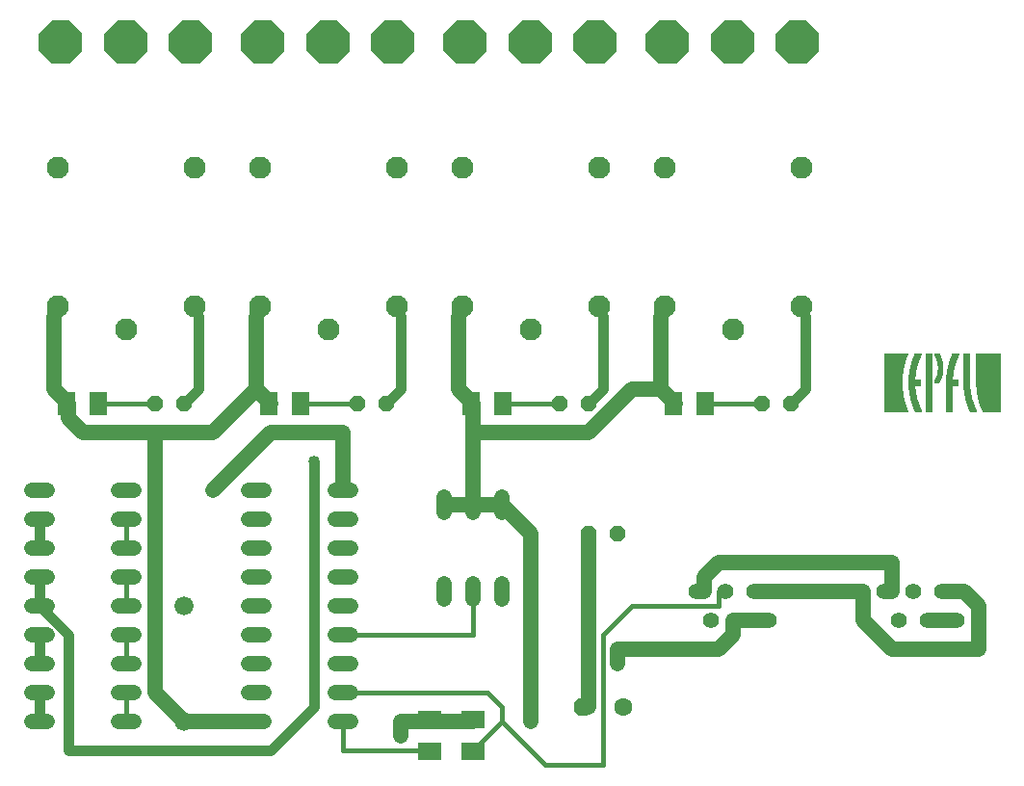
<source format=gtl>
G75*
G70*
%OFA0B0*%
%FSLAX24Y24*%
%IPPOS*%
%LPD*%
%AMOC8*
5,1,8,0,0,1.08239X$1,22.5*
%
%ADD10C,0.0010*%
%ADD11R,0.0630X0.0787*%
%ADD12OC8,0.0520*%
%ADD13C,0.0554*%
%ADD14C,0.0520*%
%ADD15C,0.0660*%
%ADD16OC8,0.0630*%
%ADD17C,0.0630*%
%ADD18R,0.0787X0.0630*%
%ADD19C,0.0768*%
%ADD20OC8,0.1500*%
%ADD21C,0.0540*%
%ADD22C,0.0400*%
%ADD23C,0.0180*%
%ADD24C,0.0360*%
D10*
X034832Y012944D02*
X034832Y014944D01*
X035632Y014944D01*
X035546Y014707D01*
X035483Y014464D01*
X035445Y014215D01*
X035432Y013964D01*
X035432Y013924D01*
X035445Y013673D01*
X035483Y013424D01*
X035546Y013180D01*
X035632Y012944D01*
X034832Y012944D01*
X034832Y012946D02*
X035631Y012946D01*
X035628Y012954D02*
X034832Y012954D01*
X034832Y012963D02*
X035625Y012963D01*
X035622Y012971D02*
X034832Y012971D01*
X034832Y012980D02*
X035619Y012980D01*
X035616Y012988D02*
X034832Y012988D01*
X034832Y012997D02*
X035612Y012997D01*
X035609Y013005D02*
X034832Y013005D01*
X034832Y013014D02*
X035606Y013014D01*
X035603Y013022D02*
X034832Y013022D01*
X034832Y013031D02*
X035600Y013031D01*
X035597Y013039D02*
X034832Y013039D01*
X034832Y013048D02*
X035594Y013048D01*
X035591Y013056D02*
X034832Y013056D01*
X034832Y013065D02*
X035588Y013065D01*
X035585Y013073D02*
X034832Y013073D01*
X034832Y013082D02*
X035582Y013082D01*
X035578Y013090D02*
X034832Y013090D01*
X034832Y013099D02*
X035575Y013099D01*
X035572Y013107D02*
X034832Y013107D01*
X034832Y013116D02*
X035569Y013116D01*
X035566Y013124D02*
X034832Y013124D01*
X034832Y013133D02*
X035563Y013133D01*
X035560Y013141D02*
X034832Y013141D01*
X034832Y013150D02*
X035557Y013150D01*
X035554Y013158D02*
X034832Y013158D01*
X034832Y013167D02*
X035551Y013167D01*
X035548Y013175D02*
X034832Y013175D01*
X034832Y013184D02*
X035545Y013184D01*
X035543Y013192D02*
X034832Y013192D01*
X034832Y013201D02*
X035540Y013201D01*
X035538Y013209D02*
X034832Y013209D01*
X034832Y013218D02*
X035536Y013218D01*
X035534Y013226D02*
X034832Y013226D01*
X034832Y013235D02*
X035532Y013235D01*
X035530Y013243D02*
X034832Y013243D01*
X034832Y013252D02*
X035527Y013252D01*
X035525Y013260D02*
X034832Y013260D01*
X034832Y013269D02*
X035523Y013269D01*
X035521Y013277D02*
X034832Y013277D01*
X034832Y013286D02*
X035519Y013286D01*
X035517Y013294D02*
X034832Y013294D01*
X034832Y013303D02*
X035514Y013303D01*
X035512Y013311D02*
X034832Y013311D01*
X034832Y013320D02*
X035510Y013320D01*
X035508Y013328D02*
X034832Y013328D01*
X034832Y013337D02*
X035506Y013337D01*
X035503Y013345D02*
X034832Y013345D01*
X034832Y013354D02*
X035501Y013354D01*
X035499Y013362D02*
X034832Y013362D01*
X034832Y013371D02*
X035497Y013371D01*
X035495Y013379D02*
X034832Y013379D01*
X034832Y013388D02*
X035493Y013388D01*
X035490Y013396D02*
X034832Y013396D01*
X034832Y013405D02*
X035488Y013405D01*
X035486Y013413D02*
X034832Y013413D01*
X034832Y013422D02*
X035484Y013422D01*
X035482Y013430D02*
X034832Y013430D01*
X034832Y013439D02*
X035481Y013439D01*
X035480Y013447D02*
X034832Y013447D01*
X034832Y013456D02*
X035478Y013456D01*
X035477Y013464D02*
X034832Y013464D01*
X034832Y013473D02*
X035476Y013473D01*
X035475Y013481D02*
X034832Y013481D01*
X034832Y013490D02*
X035473Y013490D01*
X035472Y013498D02*
X034832Y013498D01*
X034832Y013507D02*
X035471Y013507D01*
X035469Y013515D02*
X034832Y013515D01*
X034832Y013524D02*
X035468Y013524D01*
X035467Y013532D02*
X034832Y013532D01*
X034832Y013541D02*
X035465Y013541D01*
X035464Y013549D02*
X034832Y013549D01*
X034832Y013558D02*
X035463Y013558D01*
X035462Y013566D02*
X034832Y013566D01*
X034832Y013575D02*
X035460Y013575D01*
X035459Y013583D02*
X034832Y013583D01*
X034832Y013592D02*
X035458Y013592D01*
X035456Y013600D02*
X034832Y013600D01*
X034832Y013609D02*
X035455Y013609D01*
X035454Y013617D02*
X034832Y013617D01*
X034832Y013626D02*
X035452Y013626D01*
X035451Y013634D02*
X034832Y013634D01*
X034832Y013643D02*
X035450Y013643D01*
X035448Y013651D02*
X034832Y013651D01*
X034832Y013660D02*
X035447Y013660D01*
X035446Y013668D02*
X034832Y013668D01*
X034832Y013677D02*
X035445Y013677D01*
X035445Y013685D02*
X034832Y013685D01*
X034832Y013694D02*
X035444Y013694D01*
X035444Y013702D02*
X034832Y013702D01*
X034832Y013711D02*
X035443Y013711D01*
X035443Y013719D02*
X034832Y013719D01*
X034832Y013728D02*
X035442Y013728D01*
X035442Y013736D02*
X034832Y013736D01*
X034832Y013745D02*
X035441Y013745D01*
X035441Y013753D02*
X034832Y013753D01*
X034832Y013762D02*
X035440Y013762D01*
X035440Y013770D02*
X034832Y013770D01*
X034832Y013779D02*
X035439Y013779D01*
X035439Y013787D02*
X034832Y013787D01*
X034832Y013796D02*
X035439Y013796D01*
X035438Y013804D02*
X034832Y013804D01*
X034832Y013813D02*
X035438Y013813D01*
X035437Y013821D02*
X034832Y013821D01*
X034832Y013830D02*
X035437Y013830D01*
X035436Y013838D02*
X034832Y013838D01*
X034832Y013847D02*
X035436Y013847D01*
X035435Y013855D02*
X034832Y013855D01*
X034832Y013864D02*
X035435Y013864D01*
X035434Y013872D02*
X034832Y013872D01*
X034832Y013881D02*
X035434Y013881D01*
X035434Y013889D02*
X034832Y013889D01*
X034832Y013898D02*
X035433Y013898D01*
X035433Y013906D02*
X034832Y013906D01*
X034832Y013915D02*
X035432Y013915D01*
X035432Y013923D02*
X034832Y013923D01*
X034832Y013932D02*
X035432Y013932D01*
X035432Y013940D02*
X034832Y013940D01*
X034832Y013949D02*
X035432Y013949D01*
X035432Y013957D02*
X034832Y013957D01*
X034832Y013966D02*
X035432Y013966D01*
X035432Y013974D02*
X034832Y013974D01*
X034832Y013983D02*
X035433Y013983D01*
X035433Y013991D02*
X034832Y013991D01*
X034832Y014000D02*
X035434Y014000D01*
X035434Y014008D02*
X034832Y014008D01*
X034832Y014017D02*
X035434Y014017D01*
X035435Y014025D02*
X034832Y014025D01*
X034832Y014034D02*
X035435Y014034D01*
X035436Y014042D02*
X034832Y014042D01*
X034832Y014051D02*
X035436Y014051D01*
X035437Y014059D02*
X034832Y014059D01*
X034832Y014068D02*
X035437Y014068D01*
X035438Y014076D02*
X034832Y014076D01*
X034832Y014085D02*
X035438Y014085D01*
X035439Y014093D02*
X034832Y014093D01*
X034832Y014102D02*
X035439Y014102D01*
X035440Y014110D02*
X034832Y014110D01*
X034832Y014119D02*
X035440Y014119D01*
X035440Y014127D02*
X034832Y014127D01*
X034832Y014136D02*
X035441Y014136D01*
X035441Y014144D02*
X034832Y014144D01*
X034832Y014153D02*
X035442Y014153D01*
X035442Y014161D02*
X034832Y014161D01*
X034832Y014170D02*
X035443Y014170D01*
X035443Y014178D02*
X034832Y014178D01*
X034832Y014187D02*
X035444Y014187D01*
X035444Y014195D02*
X034832Y014195D01*
X034832Y014204D02*
X035445Y014204D01*
X035445Y014212D02*
X034832Y014212D01*
X034832Y014221D02*
X035446Y014221D01*
X035447Y014229D02*
X034832Y014229D01*
X034832Y014238D02*
X035449Y014238D01*
X035450Y014246D02*
X034832Y014246D01*
X034832Y014255D02*
X035451Y014255D01*
X035453Y014263D02*
X034832Y014263D01*
X034832Y014272D02*
X035454Y014272D01*
X035455Y014280D02*
X034832Y014280D01*
X034832Y014289D02*
X035456Y014289D01*
X035458Y014297D02*
X034832Y014297D01*
X034832Y014306D02*
X035459Y014306D01*
X035460Y014314D02*
X034832Y014314D01*
X034832Y014323D02*
X035462Y014323D01*
X035463Y014331D02*
X034832Y014331D01*
X034832Y014340D02*
X035464Y014340D01*
X035466Y014348D02*
X034832Y014348D01*
X034832Y014357D02*
X035467Y014357D01*
X035468Y014365D02*
X034832Y014365D01*
X034832Y014374D02*
X035470Y014374D01*
X035471Y014382D02*
X034832Y014382D01*
X034832Y014391D02*
X035472Y014391D01*
X035473Y014399D02*
X034832Y014399D01*
X034832Y014408D02*
X035475Y014408D01*
X035476Y014416D02*
X034832Y014416D01*
X034832Y014425D02*
X035477Y014425D01*
X035479Y014433D02*
X034832Y014433D01*
X034832Y014442D02*
X035480Y014442D01*
X035481Y014450D02*
X034832Y014450D01*
X034832Y014459D02*
X035483Y014459D01*
X035484Y014467D02*
X034832Y014467D01*
X034832Y014476D02*
X035486Y014476D01*
X035489Y014484D02*
X034832Y014484D01*
X034832Y014493D02*
X035491Y014493D01*
X035493Y014501D02*
X034832Y014501D01*
X034832Y014510D02*
X035495Y014510D01*
X035497Y014518D02*
X034832Y014518D01*
X034832Y014527D02*
X035499Y014527D01*
X035502Y014535D02*
X034832Y014535D01*
X034832Y014544D02*
X035504Y014544D01*
X035506Y014552D02*
X034832Y014552D01*
X034832Y014561D02*
X035508Y014561D01*
X035510Y014569D02*
X034832Y014569D01*
X034832Y014578D02*
X035512Y014578D01*
X035515Y014586D02*
X034832Y014586D01*
X034832Y014595D02*
X035517Y014595D01*
X035519Y014603D02*
X034832Y014603D01*
X034832Y014612D02*
X035521Y014612D01*
X035523Y014620D02*
X034832Y014620D01*
X034832Y014629D02*
X035526Y014629D01*
X035528Y014637D02*
X034832Y014637D01*
X034832Y014646D02*
X035530Y014646D01*
X035532Y014654D02*
X034832Y014654D01*
X034832Y014663D02*
X035534Y014663D01*
X035536Y014671D02*
X034832Y014671D01*
X034832Y014680D02*
X035539Y014680D01*
X035541Y014688D02*
X034832Y014688D01*
X034832Y014697D02*
X035543Y014697D01*
X035545Y014705D02*
X034832Y014705D01*
X034832Y014714D02*
X035548Y014714D01*
X035551Y014722D02*
X034832Y014722D01*
X034832Y014731D02*
X035554Y014731D01*
X035557Y014739D02*
X034832Y014739D01*
X034832Y014748D02*
X035560Y014748D01*
X035563Y014756D02*
X034832Y014756D01*
X034832Y014765D02*
X035566Y014765D01*
X035570Y014773D02*
X034832Y014773D01*
X034832Y014782D02*
X035573Y014782D01*
X035576Y014790D02*
X034832Y014790D01*
X034832Y014799D02*
X035579Y014799D01*
X035582Y014807D02*
X034832Y014807D01*
X034832Y014816D02*
X035585Y014816D01*
X035588Y014824D02*
X034832Y014824D01*
X034832Y014833D02*
X035591Y014833D01*
X035594Y014841D02*
X034832Y014841D01*
X034832Y014850D02*
X035597Y014850D01*
X035600Y014858D02*
X034832Y014858D01*
X034832Y014867D02*
X035604Y014867D01*
X035607Y014875D02*
X034832Y014875D01*
X034832Y014884D02*
X035610Y014884D01*
X035613Y014892D02*
X034832Y014892D01*
X034832Y014901D02*
X035616Y014901D01*
X035619Y014909D02*
X034832Y014909D01*
X034832Y014918D02*
X035622Y014918D01*
X035625Y014926D02*
X034832Y014926D01*
X034832Y014935D02*
X035628Y014935D01*
X035631Y014943D02*
X034832Y014943D01*
X035789Y014680D02*
X036000Y014680D01*
X036002Y014688D02*
X035792Y014688D01*
X035794Y014697D02*
X036005Y014697D01*
X036008Y014705D02*
X035796Y014705D01*
X035796Y014704D02*
X035891Y014944D01*
X036112Y014944D01*
X036016Y014730D01*
X035944Y014507D01*
X035895Y014277D01*
X035872Y014044D01*
X036072Y014044D01*
X036072Y013844D01*
X035872Y013844D01*
X035895Y013611D01*
X035944Y013381D01*
X036016Y013158D01*
X036112Y012944D01*
X035891Y012944D01*
X035798Y013179D01*
X035730Y013422D01*
X035688Y013671D01*
X035672Y013924D01*
X035672Y013944D01*
X035686Y014201D01*
X035727Y014456D01*
X035796Y014704D01*
X035800Y014714D02*
X036011Y014714D01*
X036013Y014722D02*
X035803Y014722D01*
X035807Y014731D02*
X036016Y014731D01*
X036020Y014739D02*
X035810Y014739D01*
X035813Y014748D02*
X036024Y014748D01*
X036028Y014756D02*
X035817Y014756D01*
X035820Y014765D02*
X036031Y014765D01*
X036035Y014773D02*
X035824Y014773D01*
X035827Y014782D02*
X036039Y014782D01*
X036043Y014790D02*
X035830Y014790D01*
X035834Y014799D02*
X036047Y014799D01*
X036050Y014807D02*
X035837Y014807D01*
X035840Y014816D02*
X036054Y014816D01*
X036058Y014824D02*
X035844Y014824D01*
X035847Y014833D02*
X036062Y014833D01*
X036066Y014841D02*
X035851Y014841D01*
X035854Y014850D02*
X036069Y014850D01*
X036073Y014858D02*
X035857Y014858D01*
X035861Y014867D02*
X036077Y014867D01*
X036081Y014875D02*
X035864Y014875D01*
X035868Y014884D02*
X036085Y014884D01*
X036088Y014892D02*
X035871Y014892D01*
X035874Y014901D02*
X036092Y014901D01*
X036096Y014909D02*
X035878Y014909D01*
X035881Y014918D02*
X036100Y014918D01*
X036104Y014926D02*
X035884Y014926D01*
X035888Y014935D02*
X036107Y014935D01*
X036111Y014943D02*
X035891Y014943D01*
X035787Y014671D02*
X035997Y014671D01*
X035994Y014663D02*
X035785Y014663D01*
X035782Y014654D02*
X035991Y014654D01*
X035989Y014646D02*
X035780Y014646D01*
X035778Y014637D02*
X035986Y014637D01*
X035983Y014629D02*
X035775Y014629D01*
X035773Y014620D02*
X035980Y014620D01*
X035978Y014612D02*
X035770Y014612D01*
X035768Y014603D02*
X035975Y014603D01*
X035972Y014595D02*
X035766Y014595D01*
X035763Y014586D02*
X035969Y014586D01*
X035967Y014578D02*
X035761Y014578D01*
X035759Y014569D02*
X035964Y014569D01*
X035961Y014561D02*
X035756Y014561D01*
X035754Y014552D02*
X035958Y014552D01*
X035956Y014544D02*
X035752Y014544D01*
X035749Y014535D02*
X035953Y014535D01*
X035950Y014527D02*
X035747Y014527D01*
X035745Y014518D02*
X035947Y014518D01*
X035945Y014510D02*
X035742Y014510D01*
X035740Y014501D02*
X035942Y014501D01*
X035941Y014493D02*
X035737Y014493D01*
X035735Y014484D02*
X035939Y014484D01*
X035937Y014476D02*
X035733Y014476D01*
X035730Y014467D02*
X035935Y014467D01*
X035933Y014459D02*
X035728Y014459D01*
X035726Y014450D02*
X035932Y014450D01*
X035930Y014442D02*
X035725Y014442D01*
X035724Y014433D02*
X035928Y014433D01*
X035926Y014425D02*
X035722Y014425D01*
X035721Y014416D02*
X035925Y014416D01*
X035923Y014408D02*
X035719Y014408D01*
X035718Y014399D02*
X035921Y014399D01*
X035919Y014391D02*
X035717Y014391D01*
X035715Y014382D02*
X035917Y014382D01*
X035916Y014374D02*
X035714Y014374D01*
X035712Y014365D02*
X035914Y014365D01*
X035912Y014357D02*
X035711Y014357D01*
X035710Y014348D02*
X035910Y014348D01*
X035908Y014340D02*
X035708Y014340D01*
X035707Y014331D02*
X035907Y014331D01*
X035905Y014323D02*
X035705Y014323D01*
X035704Y014314D02*
X035903Y014314D01*
X035901Y014306D02*
X035703Y014306D01*
X035701Y014297D02*
X035900Y014297D01*
X035898Y014289D02*
X035700Y014289D01*
X035699Y014280D02*
X035896Y014280D01*
X035895Y014272D02*
X035697Y014272D01*
X035696Y014263D02*
X035894Y014263D01*
X035893Y014255D02*
X035694Y014255D01*
X035693Y014246D02*
X035892Y014246D01*
X035891Y014238D02*
X035692Y014238D01*
X035690Y014229D02*
X035890Y014229D01*
X035890Y014221D02*
X035689Y014221D01*
X035687Y014212D02*
X035889Y014212D01*
X035888Y014204D02*
X035686Y014204D01*
X035685Y014195D02*
X035887Y014195D01*
X035886Y014187D02*
X035685Y014187D01*
X035684Y014178D02*
X035885Y014178D01*
X035884Y014170D02*
X035684Y014170D01*
X035683Y014161D02*
X035884Y014161D01*
X035883Y014153D02*
X035683Y014153D01*
X035683Y014144D02*
X035882Y014144D01*
X035881Y014136D02*
X035682Y014136D01*
X035682Y014127D02*
X035880Y014127D01*
X035879Y014119D02*
X035681Y014119D01*
X035681Y014110D02*
X035878Y014110D01*
X035878Y014102D02*
X035680Y014102D01*
X035680Y014093D02*
X035877Y014093D01*
X035876Y014085D02*
X035679Y014085D01*
X035679Y014076D02*
X035875Y014076D01*
X035874Y014068D02*
X035678Y014068D01*
X035678Y014059D02*
X035873Y014059D01*
X035872Y014051D02*
X035678Y014051D01*
X035677Y014042D02*
X036072Y014042D01*
X036072Y014034D02*
X035677Y014034D01*
X035676Y014025D02*
X036072Y014025D01*
X036072Y014017D02*
X035676Y014017D01*
X035675Y014008D02*
X036072Y014008D01*
X036072Y014000D02*
X035675Y014000D01*
X035674Y013991D02*
X036072Y013991D01*
X036072Y013983D02*
X035674Y013983D01*
X035673Y013974D02*
X036072Y013974D01*
X036072Y013966D02*
X035673Y013966D01*
X035673Y013957D02*
X036072Y013957D01*
X036072Y013949D02*
X035672Y013949D01*
X035672Y013940D02*
X036072Y013940D01*
X036072Y013932D02*
X035672Y013932D01*
X035672Y013923D02*
X036072Y013923D01*
X036072Y013915D02*
X035672Y013915D01*
X035673Y013906D02*
X036072Y013906D01*
X036072Y013898D02*
X035673Y013898D01*
X035674Y013889D02*
X036072Y013889D01*
X036072Y013881D02*
X035675Y013881D01*
X035675Y013872D02*
X036072Y013872D01*
X036072Y013864D02*
X035676Y013864D01*
X035676Y013855D02*
X036072Y013855D01*
X036072Y013847D02*
X035677Y013847D01*
X035677Y013838D02*
X035872Y013838D01*
X035873Y013830D02*
X035678Y013830D01*
X035678Y013821D02*
X035874Y013821D01*
X035875Y013813D02*
X035679Y013813D01*
X035679Y013804D02*
X035876Y013804D01*
X035877Y013796D02*
X035680Y013796D01*
X035680Y013787D02*
X035878Y013787D01*
X035878Y013779D02*
X035681Y013779D01*
X035681Y013770D02*
X035879Y013770D01*
X035880Y013762D02*
X035682Y013762D01*
X035682Y013753D02*
X035881Y013753D01*
X035882Y013745D02*
X035683Y013745D01*
X035684Y013736D02*
X035883Y013736D01*
X035884Y013728D02*
X035684Y013728D01*
X035685Y013719D02*
X035884Y013719D01*
X035885Y013711D02*
X035685Y013711D01*
X035686Y013702D02*
X035886Y013702D01*
X035887Y013694D02*
X035686Y013694D01*
X035687Y013685D02*
X035888Y013685D01*
X035889Y013677D02*
X035687Y013677D01*
X035688Y013668D02*
X035890Y013668D01*
X035890Y013660D02*
X035690Y013660D01*
X035691Y013651D02*
X035891Y013651D01*
X035892Y013643D02*
X035692Y013643D01*
X035694Y013634D02*
X035893Y013634D01*
X035894Y013626D02*
X035695Y013626D01*
X035697Y013617D02*
X035895Y013617D01*
X035896Y013609D02*
X035698Y013609D01*
X035700Y013600D02*
X035898Y013600D01*
X035899Y013592D02*
X035701Y013592D01*
X035703Y013583D02*
X035901Y013583D01*
X035903Y013575D02*
X035704Y013575D01*
X035705Y013566D02*
X035905Y013566D01*
X035906Y013558D02*
X035707Y013558D01*
X035708Y013549D02*
X035908Y013549D01*
X035910Y013541D02*
X035710Y013541D01*
X035711Y013532D02*
X035912Y013532D01*
X035914Y013524D02*
X035713Y013524D01*
X035714Y013515D02*
X035915Y013515D01*
X035917Y013507D02*
X035716Y013507D01*
X035717Y013498D02*
X035919Y013498D01*
X035921Y013490D02*
X035718Y013490D01*
X035720Y013481D02*
X035923Y013481D01*
X035924Y013473D02*
X035721Y013473D01*
X035723Y013464D02*
X035926Y013464D01*
X035928Y013456D02*
X035724Y013456D01*
X035726Y013447D02*
X035930Y013447D01*
X035931Y013439D02*
X035727Y013439D01*
X035728Y013430D02*
X035933Y013430D01*
X035935Y013422D02*
X035730Y013422D01*
X035732Y013413D02*
X035937Y013413D01*
X035939Y013405D02*
X035735Y013405D01*
X035737Y013396D02*
X035940Y013396D01*
X035942Y013388D02*
X035740Y013388D01*
X035742Y013379D02*
X035944Y013379D01*
X035947Y013371D02*
X035744Y013371D01*
X035747Y013362D02*
X035950Y013362D01*
X035952Y013354D02*
X035749Y013354D01*
X035751Y013345D02*
X035955Y013345D01*
X035958Y013337D02*
X035754Y013337D01*
X035756Y013328D02*
X035961Y013328D01*
X035963Y013320D02*
X035759Y013320D01*
X035761Y013311D02*
X035966Y013311D01*
X035969Y013303D02*
X035763Y013303D01*
X035766Y013294D02*
X035972Y013294D01*
X035974Y013286D02*
X035768Y013286D01*
X035770Y013277D02*
X035977Y013277D01*
X035980Y013269D02*
X035773Y013269D01*
X035775Y013260D02*
X035983Y013260D01*
X035986Y013252D02*
X035778Y013252D01*
X035780Y013243D02*
X035988Y013243D01*
X035991Y013235D02*
X035782Y013235D01*
X035785Y013226D02*
X035994Y013226D01*
X035997Y013218D02*
X035787Y013218D01*
X035790Y013209D02*
X035999Y013209D01*
X036002Y013201D02*
X035792Y013201D01*
X035794Y013192D02*
X036005Y013192D01*
X036008Y013184D02*
X035797Y013184D01*
X035799Y013175D02*
X036010Y013175D01*
X036013Y013167D02*
X035803Y013167D01*
X035806Y013158D02*
X036016Y013158D01*
X036020Y013150D02*
X035810Y013150D01*
X035813Y013141D02*
X036023Y013141D01*
X036027Y013133D02*
X035816Y013133D01*
X035820Y013124D02*
X036031Y013124D01*
X036035Y013116D02*
X035823Y013116D01*
X035827Y013107D02*
X036039Y013107D01*
X036042Y013099D02*
X035830Y013099D01*
X035833Y013090D02*
X036046Y013090D01*
X036050Y013082D02*
X035837Y013082D01*
X035840Y013073D02*
X036054Y013073D01*
X036058Y013065D02*
X035843Y013065D01*
X035847Y013056D02*
X036061Y013056D01*
X036065Y013048D02*
X035850Y013048D01*
X035854Y013039D02*
X036069Y013039D01*
X036073Y013031D02*
X035857Y013031D01*
X035860Y013022D02*
X036077Y013022D01*
X036080Y013014D02*
X035864Y013014D01*
X035867Y013005D02*
X036084Y013005D01*
X036088Y012997D02*
X035871Y012997D01*
X035874Y012988D02*
X036092Y012988D01*
X036096Y012980D02*
X035877Y012980D01*
X035881Y012971D02*
X036099Y012971D01*
X036103Y012963D02*
X035884Y012963D01*
X035887Y012954D02*
X036107Y012954D01*
X036111Y012946D02*
X035891Y012946D01*
X036272Y012946D02*
X036472Y012946D01*
X036472Y012944D02*
X036472Y014944D01*
X036272Y014944D01*
X036272Y012944D01*
X036472Y012944D01*
X036472Y012954D02*
X036272Y012954D01*
X036272Y012963D02*
X036472Y012963D01*
X036472Y012971D02*
X036272Y012971D01*
X036272Y012980D02*
X036472Y012980D01*
X036472Y012988D02*
X036272Y012988D01*
X036272Y012997D02*
X036472Y012997D01*
X036472Y013005D02*
X036272Y013005D01*
X036272Y013014D02*
X036472Y013014D01*
X036472Y013022D02*
X036272Y013022D01*
X036272Y013031D02*
X036472Y013031D01*
X036472Y013039D02*
X036272Y013039D01*
X036272Y013048D02*
X036472Y013048D01*
X036472Y013056D02*
X036272Y013056D01*
X036272Y013065D02*
X036472Y013065D01*
X036472Y013073D02*
X036272Y013073D01*
X036272Y013082D02*
X036472Y013082D01*
X036472Y013090D02*
X036272Y013090D01*
X036272Y013099D02*
X036472Y013099D01*
X036472Y013107D02*
X036272Y013107D01*
X036272Y013116D02*
X036472Y013116D01*
X036472Y013124D02*
X036272Y013124D01*
X036272Y013133D02*
X036472Y013133D01*
X036472Y013141D02*
X036272Y013141D01*
X036272Y013150D02*
X036472Y013150D01*
X036472Y013158D02*
X036272Y013158D01*
X036272Y013167D02*
X036472Y013167D01*
X036472Y013175D02*
X036272Y013175D01*
X036272Y013184D02*
X036472Y013184D01*
X036472Y013192D02*
X036272Y013192D01*
X036272Y013201D02*
X036472Y013201D01*
X036472Y013209D02*
X036272Y013209D01*
X036272Y013218D02*
X036472Y013218D01*
X036472Y013226D02*
X036272Y013226D01*
X036272Y013235D02*
X036472Y013235D01*
X036472Y013243D02*
X036272Y013243D01*
X036272Y013252D02*
X036472Y013252D01*
X036472Y013260D02*
X036272Y013260D01*
X036272Y013269D02*
X036472Y013269D01*
X036472Y013277D02*
X036272Y013277D01*
X036272Y013286D02*
X036472Y013286D01*
X036472Y013294D02*
X036272Y013294D01*
X036272Y013303D02*
X036472Y013303D01*
X036472Y013311D02*
X036272Y013311D01*
X036272Y013320D02*
X036472Y013320D01*
X036472Y013328D02*
X036272Y013328D01*
X036272Y013337D02*
X036472Y013337D01*
X036472Y013345D02*
X036272Y013345D01*
X036272Y013354D02*
X036472Y013354D01*
X036472Y013362D02*
X036272Y013362D01*
X036272Y013371D02*
X036472Y013371D01*
X036472Y013379D02*
X036272Y013379D01*
X036272Y013388D02*
X036472Y013388D01*
X036472Y013396D02*
X036272Y013396D01*
X036272Y013405D02*
X036472Y013405D01*
X036472Y013413D02*
X036272Y013413D01*
X036272Y013422D02*
X036472Y013422D01*
X036472Y013430D02*
X036272Y013430D01*
X036272Y013439D02*
X036472Y013439D01*
X036472Y013447D02*
X036272Y013447D01*
X036272Y013456D02*
X036472Y013456D01*
X036472Y013464D02*
X036272Y013464D01*
X036272Y013473D02*
X036472Y013473D01*
X036472Y013481D02*
X036272Y013481D01*
X036272Y013490D02*
X036472Y013490D01*
X036472Y013498D02*
X036272Y013498D01*
X036272Y013507D02*
X036472Y013507D01*
X036472Y013515D02*
X036272Y013515D01*
X036272Y013524D02*
X036472Y013524D01*
X036472Y013532D02*
X036272Y013532D01*
X036272Y013541D02*
X036472Y013541D01*
X036472Y013549D02*
X036272Y013549D01*
X036272Y013558D02*
X036472Y013558D01*
X036472Y013566D02*
X036272Y013566D01*
X036272Y013575D02*
X036472Y013575D01*
X036472Y013583D02*
X036272Y013583D01*
X036272Y013592D02*
X036472Y013592D01*
X036472Y013600D02*
X036272Y013600D01*
X036272Y013609D02*
X036472Y013609D01*
X036472Y013617D02*
X036272Y013617D01*
X036272Y013626D02*
X036472Y013626D01*
X036472Y013634D02*
X036272Y013634D01*
X036272Y013643D02*
X036472Y013643D01*
X036472Y013651D02*
X036272Y013651D01*
X036272Y013660D02*
X036472Y013660D01*
X036472Y013668D02*
X036272Y013668D01*
X036272Y013677D02*
X036472Y013677D01*
X036472Y013685D02*
X036272Y013685D01*
X036272Y013694D02*
X036472Y013694D01*
X036472Y013702D02*
X036272Y013702D01*
X036272Y013711D02*
X036472Y013711D01*
X036472Y013719D02*
X036272Y013719D01*
X036272Y013728D02*
X036472Y013728D01*
X036472Y013736D02*
X036272Y013736D01*
X036272Y013745D02*
X036472Y013745D01*
X036472Y013753D02*
X036272Y013753D01*
X036272Y013762D02*
X036472Y013762D01*
X036472Y013770D02*
X036272Y013770D01*
X036272Y013779D02*
X036472Y013779D01*
X036472Y013787D02*
X036272Y013787D01*
X036272Y013796D02*
X036472Y013796D01*
X036472Y013804D02*
X036272Y013804D01*
X036272Y013813D02*
X036472Y013813D01*
X036472Y013821D02*
X036272Y013821D01*
X036272Y013830D02*
X036472Y013830D01*
X036472Y013838D02*
X036272Y013838D01*
X036272Y013847D02*
X036472Y013847D01*
X036472Y013855D02*
X036272Y013855D01*
X036272Y013864D02*
X036472Y013864D01*
X036472Y013872D02*
X036272Y013872D01*
X036272Y013881D02*
X036472Y013881D01*
X036472Y013889D02*
X036272Y013889D01*
X036272Y013898D02*
X036472Y013898D01*
X036472Y013906D02*
X036272Y013906D01*
X036272Y013915D02*
X036472Y013915D01*
X036472Y013923D02*
X036272Y013923D01*
X036272Y013932D02*
X036472Y013932D01*
X036472Y013940D02*
X036272Y013940D01*
X036272Y013949D02*
X036472Y013949D01*
X036472Y013957D02*
X036272Y013957D01*
X036272Y013966D02*
X036472Y013966D01*
X036472Y013974D02*
X036272Y013974D01*
X036272Y013983D02*
X036472Y013983D01*
X036472Y013991D02*
X036272Y013991D01*
X036272Y014000D02*
X036472Y014000D01*
X036472Y014008D02*
X036272Y014008D01*
X036272Y014017D02*
X036472Y014017D01*
X036472Y014025D02*
X036272Y014025D01*
X036272Y014034D02*
X036472Y014034D01*
X036472Y014042D02*
X036272Y014042D01*
X036272Y014051D02*
X036472Y014051D01*
X036472Y014059D02*
X036272Y014059D01*
X036272Y014068D02*
X036472Y014068D01*
X036472Y014076D02*
X036272Y014076D01*
X036272Y014085D02*
X036472Y014085D01*
X036472Y014093D02*
X036272Y014093D01*
X036272Y014102D02*
X036472Y014102D01*
X036472Y014110D02*
X036272Y014110D01*
X036272Y014119D02*
X036472Y014119D01*
X036472Y014127D02*
X036272Y014127D01*
X036272Y014136D02*
X036472Y014136D01*
X036472Y014144D02*
X036272Y014144D01*
X036272Y014153D02*
X036472Y014153D01*
X036472Y014161D02*
X036272Y014161D01*
X036272Y014170D02*
X036472Y014170D01*
X036472Y014178D02*
X036272Y014178D01*
X036272Y014187D02*
X036472Y014187D01*
X036472Y014195D02*
X036272Y014195D01*
X036272Y014204D02*
X036472Y014204D01*
X036472Y014212D02*
X036272Y014212D01*
X036272Y014221D02*
X036472Y014221D01*
X036472Y014229D02*
X036272Y014229D01*
X036272Y014238D02*
X036472Y014238D01*
X036472Y014246D02*
X036272Y014246D01*
X036272Y014255D02*
X036472Y014255D01*
X036472Y014263D02*
X036272Y014263D01*
X036272Y014272D02*
X036472Y014272D01*
X036472Y014280D02*
X036272Y014280D01*
X036272Y014289D02*
X036472Y014289D01*
X036472Y014297D02*
X036272Y014297D01*
X036272Y014306D02*
X036472Y014306D01*
X036472Y014314D02*
X036272Y014314D01*
X036272Y014323D02*
X036472Y014323D01*
X036472Y014331D02*
X036272Y014331D01*
X036272Y014340D02*
X036472Y014340D01*
X036472Y014348D02*
X036272Y014348D01*
X036272Y014357D02*
X036472Y014357D01*
X036472Y014365D02*
X036272Y014365D01*
X036272Y014374D02*
X036472Y014374D01*
X036472Y014382D02*
X036272Y014382D01*
X036272Y014391D02*
X036472Y014391D01*
X036472Y014399D02*
X036272Y014399D01*
X036272Y014408D02*
X036472Y014408D01*
X036472Y014416D02*
X036272Y014416D01*
X036272Y014425D02*
X036472Y014425D01*
X036472Y014433D02*
X036272Y014433D01*
X036272Y014442D02*
X036472Y014442D01*
X036472Y014450D02*
X036272Y014450D01*
X036272Y014459D02*
X036472Y014459D01*
X036472Y014467D02*
X036272Y014467D01*
X036272Y014476D02*
X036472Y014476D01*
X036472Y014484D02*
X036272Y014484D01*
X036272Y014493D02*
X036472Y014493D01*
X036472Y014501D02*
X036272Y014501D01*
X036272Y014510D02*
X036472Y014510D01*
X036472Y014518D02*
X036272Y014518D01*
X036272Y014527D02*
X036472Y014527D01*
X036472Y014535D02*
X036272Y014535D01*
X036272Y014544D02*
X036472Y014544D01*
X036472Y014552D02*
X036272Y014552D01*
X036272Y014561D02*
X036472Y014561D01*
X036472Y014569D02*
X036272Y014569D01*
X036272Y014578D02*
X036472Y014578D01*
X036472Y014586D02*
X036272Y014586D01*
X036272Y014595D02*
X036472Y014595D01*
X036472Y014603D02*
X036272Y014603D01*
X036272Y014612D02*
X036472Y014612D01*
X036472Y014620D02*
X036272Y014620D01*
X036272Y014629D02*
X036472Y014629D01*
X036472Y014637D02*
X036272Y014637D01*
X036272Y014646D02*
X036472Y014646D01*
X036472Y014654D02*
X036272Y014654D01*
X036272Y014663D02*
X036472Y014663D01*
X036472Y014671D02*
X036272Y014671D01*
X036272Y014680D02*
X036472Y014680D01*
X036472Y014688D02*
X036272Y014688D01*
X036272Y014697D02*
X036472Y014697D01*
X036472Y014705D02*
X036272Y014705D01*
X036272Y014714D02*
X036472Y014714D01*
X036472Y014722D02*
X036272Y014722D01*
X036272Y014731D02*
X036472Y014731D01*
X036472Y014739D02*
X036272Y014739D01*
X036272Y014748D02*
X036472Y014748D01*
X036472Y014756D02*
X036272Y014756D01*
X036272Y014765D02*
X036472Y014765D01*
X036472Y014773D02*
X036272Y014773D01*
X036272Y014782D02*
X036472Y014782D01*
X036472Y014790D02*
X036272Y014790D01*
X036272Y014799D02*
X036472Y014799D01*
X036472Y014807D02*
X036272Y014807D01*
X036272Y014816D02*
X036472Y014816D01*
X036472Y014824D02*
X036272Y014824D01*
X036272Y014833D02*
X036472Y014833D01*
X036472Y014841D02*
X036272Y014841D01*
X036272Y014850D02*
X036472Y014850D01*
X036472Y014858D02*
X036272Y014858D01*
X036272Y014867D02*
X036472Y014867D01*
X036472Y014875D02*
X036272Y014875D01*
X036272Y014884D02*
X036472Y014884D01*
X036472Y014892D02*
X036272Y014892D01*
X036272Y014901D02*
X036472Y014901D01*
X036472Y014909D02*
X036272Y014909D01*
X036272Y014918D02*
X036472Y014918D01*
X036472Y014926D02*
X036272Y014926D01*
X036272Y014935D02*
X036472Y014935D01*
X036472Y014943D02*
X036272Y014943D01*
X036572Y014943D02*
X036712Y014943D01*
X036712Y014944D02*
X036771Y014827D01*
X036815Y014703D01*
X036842Y014575D01*
X036852Y014444D01*
X036842Y014313D01*
X036815Y014185D01*
X036771Y014061D01*
X036712Y013944D01*
X036582Y013944D01*
X036582Y014014D01*
X036629Y014110D01*
X036788Y014110D01*
X036785Y014102D02*
X036624Y014102D01*
X036629Y014110D02*
X036663Y014212D01*
X036820Y014212D01*
X036819Y014204D02*
X036660Y014204D01*
X036663Y014212D02*
X036684Y014317D01*
X036691Y014424D01*
X036691Y014464D01*
X036683Y014574D01*
X036659Y014682D01*
X036622Y014786D01*
X036572Y014884D01*
X036572Y014944D01*
X036712Y014944D01*
X036716Y014935D02*
X036572Y014935D01*
X036572Y014926D02*
X036721Y014926D01*
X036725Y014918D02*
X036572Y014918D01*
X036572Y014909D02*
X036729Y014909D01*
X036734Y014901D02*
X036572Y014901D01*
X036572Y014892D02*
X036738Y014892D01*
X036742Y014884D02*
X036572Y014884D01*
X036576Y014875D02*
X036746Y014875D01*
X036751Y014867D02*
X036581Y014867D01*
X036585Y014858D02*
X036755Y014858D01*
X036759Y014850D02*
X036589Y014850D01*
X036594Y014841D02*
X036764Y014841D01*
X036768Y014833D02*
X036598Y014833D01*
X036603Y014824D02*
X036772Y014824D01*
X036775Y014816D02*
X036607Y014816D01*
X036611Y014807D02*
X036778Y014807D01*
X036781Y014799D02*
X036616Y014799D01*
X036620Y014790D02*
X036784Y014790D01*
X036787Y014782D02*
X036624Y014782D01*
X036627Y014773D02*
X036790Y014773D01*
X036793Y014765D02*
X036630Y014765D01*
X036633Y014756D02*
X036796Y014756D01*
X036799Y014748D02*
X036636Y014748D01*
X036639Y014739D02*
X036802Y014739D01*
X036805Y014731D02*
X036642Y014731D01*
X036645Y014722D02*
X036808Y014722D01*
X036811Y014714D02*
X036648Y014714D01*
X036651Y014705D02*
X036814Y014705D01*
X036816Y014697D02*
X036654Y014697D01*
X036657Y014688D02*
X036818Y014688D01*
X036820Y014680D02*
X036660Y014680D01*
X036662Y014671D02*
X036821Y014671D01*
X036823Y014663D02*
X036664Y014663D01*
X036665Y014654D02*
X036825Y014654D01*
X036827Y014646D02*
X036667Y014646D01*
X036669Y014637D02*
X036829Y014637D01*
X036830Y014629D02*
X036671Y014629D01*
X036673Y014620D02*
X036832Y014620D01*
X036834Y014612D02*
X036675Y014612D01*
X036676Y014603D02*
X036836Y014603D01*
X036838Y014595D02*
X036678Y014595D01*
X036680Y014586D02*
X036839Y014586D01*
X036841Y014578D02*
X036682Y014578D01*
X036683Y014569D02*
X036842Y014569D01*
X036843Y014561D02*
X036684Y014561D01*
X036684Y014552D02*
X036843Y014552D01*
X036844Y014544D02*
X036685Y014544D01*
X036686Y014535D02*
X036845Y014535D01*
X036845Y014527D02*
X036686Y014527D01*
X036687Y014518D02*
X036846Y014518D01*
X036847Y014510D02*
X036688Y014510D01*
X036689Y014501D02*
X036847Y014501D01*
X036848Y014493D02*
X036689Y014493D01*
X036690Y014484D02*
X036849Y014484D01*
X036849Y014476D02*
X036691Y014476D01*
X036691Y014467D02*
X036850Y014467D01*
X036851Y014459D02*
X036691Y014459D01*
X036691Y014450D02*
X036851Y014450D01*
X036852Y014442D02*
X036691Y014442D01*
X036691Y014433D02*
X036851Y014433D01*
X036850Y014425D02*
X036691Y014425D01*
X036691Y014416D02*
X036850Y014416D01*
X036849Y014408D02*
X036690Y014408D01*
X036690Y014399D02*
X036848Y014399D01*
X036848Y014391D02*
X036689Y014391D01*
X036689Y014382D02*
X036847Y014382D01*
X036846Y014374D02*
X036688Y014374D01*
X036687Y014365D02*
X036846Y014365D01*
X036845Y014357D02*
X036687Y014357D01*
X036686Y014348D02*
X036844Y014348D01*
X036844Y014340D02*
X036686Y014340D01*
X036685Y014331D02*
X036843Y014331D01*
X036842Y014323D02*
X036684Y014323D01*
X036683Y014314D02*
X036842Y014314D01*
X036840Y014306D02*
X036682Y014306D01*
X036680Y014297D02*
X036838Y014297D01*
X036837Y014289D02*
X036678Y014289D01*
X036677Y014280D02*
X036835Y014280D01*
X036833Y014272D02*
X036675Y014272D01*
X036673Y014263D02*
X036831Y014263D01*
X036829Y014255D02*
X036671Y014255D01*
X036670Y014246D02*
X036828Y014246D01*
X036826Y014238D02*
X036668Y014238D01*
X036666Y014229D02*
X036824Y014229D01*
X036822Y014221D02*
X036665Y014221D01*
X036657Y014195D02*
X036817Y014195D01*
X036815Y014187D02*
X036654Y014187D01*
X036651Y014178D02*
X036812Y014178D01*
X036809Y014170D02*
X036649Y014170D01*
X036646Y014161D02*
X036806Y014161D01*
X036803Y014153D02*
X036643Y014153D01*
X036640Y014144D02*
X036800Y014144D01*
X036797Y014136D02*
X036637Y014136D01*
X036634Y014127D02*
X036794Y014127D01*
X036791Y014119D02*
X036631Y014119D01*
X036620Y014093D02*
X036782Y014093D01*
X036779Y014085D02*
X036616Y014085D01*
X036612Y014076D02*
X036776Y014076D01*
X036773Y014068D02*
X036608Y014068D01*
X036604Y014059D02*
X036770Y014059D01*
X036766Y014051D02*
X036600Y014051D01*
X036595Y014042D02*
X036762Y014042D01*
X036757Y014034D02*
X036591Y014034D01*
X036587Y014025D02*
X036753Y014025D01*
X036749Y014017D02*
X036583Y014017D01*
X036582Y014008D02*
X036744Y014008D01*
X036740Y014000D02*
X036582Y014000D01*
X036582Y013991D02*
X036736Y013991D01*
X036731Y013983D02*
X036582Y013983D01*
X036582Y013974D02*
X036727Y013974D01*
X036723Y013966D02*
X036582Y013966D01*
X036582Y013957D02*
X036718Y013957D01*
X036714Y013949D02*
X036582Y013949D01*
X036972Y013944D02*
X036986Y014201D01*
X037027Y014456D01*
X037096Y014704D01*
X037191Y014944D01*
X037412Y014944D01*
X037316Y014730D01*
X037244Y014507D01*
X037195Y014277D01*
X037172Y014044D01*
X037372Y014044D01*
X037372Y013844D01*
X037172Y013844D01*
X037172Y012944D01*
X036972Y012944D01*
X036972Y013944D01*
X036972Y013940D02*
X037372Y013940D01*
X037372Y013932D02*
X036972Y013932D01*
X036972Y013923D02*
X037372Y013923D01*
X037372Y013915D02*
X036972Y013915D01*
X036972Y013906D02*
X037372Y013906D01*
X037372Y013898D02*
X036972Y013898D01*
X036972Y013889D02*
X037372Y013889D01*
X037372Y013881D02*
X036972Y013881D01*
X036972Y013872D02*
X037372Y013872D01*
X037372Y013864D02*
X036972Y013864D01*
X036972Y013855D02*
X037372Y013855D01*
X037372Y013847D02*
X036972Y013847D01*
X036972Y013838D02*
X037172Y013838D01*
X037172Y013830D02*
X036972Y013830D01*
X036972Y013821D02*
X037172Y013821D01*
X037172Y013813D02*
X036972Y013813D01*
X036972Y013804D02*
X037172Y013804D01*
X037172Y013796D02*
X036972Y013796D01*
X036972Y013787D02*
X037172Y013787D01*
X037172Y013779D02*
X036972Y013779D01*
X036972Y013770D02*
X037172Y013770D01*
X037172Y013762D02*
X036972Y013762D01*
X036972Y013753D02*
X037172Y013753D01*
X037172Y013745D02*
X036972Y013745D01*
X036972Y013736D02*
X037172Y013736D01*
X037172Y013728D02*
X036972Y013728D01*
X036972Y013719D02*
X037172Y013719D01*
X037172Y013711D02*
X036972Y013711D01*
X036972Y013702D02*
X037172Y013702D01*
X037172Y013694D02*
X036972Y013694D01*
X036972Y013685D02*
X037172Y013685D01*
X037172Y013677D02*
X036972Y013677D01*
X036972Y013668D02*
X037172Y013668D01*
X037172Y013660D02*
X036972Y013660D01*
X036972Y013651D02*
X037172Y013651D01*
X037172Y013643D02*
X036972Y013643D01*
X036972Y013634D02*
X037172Y013634D01*
X037172Y013626D02*
X036972Y013626D01*
X036972Y013617D02*
X037172Y013617D01*
X037172Y013609D02*
X036972Y013609D01*
X036972Y013600D02*
X037172Y013600D01*
X037172Y013592D02*
X036972Y013592D01*
X036972Y013583D02*
X037172Y013583D01*
X037172Y013575D02*
X036972Y013575D01*
X036972Y013566D02*
X037172Y013566D01*
X037172Y013558D02*
X036972Y013558D01*
X036972Y013549D02*
X037172Y013549D01*
X037172Y013541D02*
X036972Y013541D01*
X036972Y013532D02*
X037172Y013532D01*
X037172Y013524D02*
X036972Y013524D01*
X036972Y013515D02*
X037172Y013515D01*
X037172Y013507D02*
X036972Y013507D01*
X036972Y013498D02*
X037172Y013498D01*
X037172Y013490D02*
X036972Y013490D01*
X036972Y013481D02*
X037172Y013481D01*
X037172Y013473D02*
X036972Y013473D01*
X036972Y013464D02*
X037172Y013464D01*
X037172Y013456D02*
X036972Y013456D01*
X036972Y013447D02*
X037172Y013447D01*
X037172Y013439D02*
X036972Y013439D01*
X036972Y013430D02*
X037172Y013430D01*
X037172Y013422D02*
X036972Y013422D01*
X036972Y013413D02*
X037172Y013413D01*
X037172Y013405D02*
X036972Y013405D01*
X036972Y013396D02*
X037172Y013396D01*
X037172Y013388D02*
X036972Y013388D01*
X036972Y013379D02*
X037172Y013379D01*
X037172Y013371D02*
X036972Y013371D01*
X036972Y013362D02*
X037172Y013362D01*
X037172Y013354D02*
X036972Y013354D01*
X036972Y013345D02*
X037172Y013345D01*
X037172Y013337D02*
X036972Y013337D01*
X036972Y013328D02*
X037172Y013328D01*
X037172Y013320D02*
X036972Y013320D01*
X036972Y013311D02*
X037172Y013311D01*
X037172Y013303D02*
X036972Y013303D01*
X036972Y013294D02*
X037172Y013294D01*
X037172Y013286D02*
X036972Y013286D01*
X036972Y013277D02*
X037172Y013277D01*
X037172Y013269D02*
X036972Y013269D01*
X036972Y013260D02*
X037172Y013260D01*
X037172Y013252D02*
X036972Y013252D01*
X036972Y013243D02*
X037172Y013243D01*
X037172Y013235D02*
X036972Y013235D01*
X036972Y013226D02*
X037172Y013226D01*
X037172Y013218D02*
X036972Y013218D01*
X036972Y013209D02*
X037172Y013209D01*
X037172Y013201D02*
X036972Y013201D01*
X036972Y013192D02*
X037172Y013192D01*
X037172Y013184D02*
X036972Y013184D01*
X036972Y013175D02*
X037172Y013175D01*
X037172Y013167D02*
X036972Y013167D01*
X036972Y013158D02*
X037172Y013158D01*
X037172Y013150D02*
X036972Y013150D01*
X036972Y013141D02*
X037172Y013141D01*
X037172Y013133D02*
X036972Y013133D01*
X036972Y013124D02*
X037172Y013124D01*
X037172Y013116D02*
X036972Y013116D01*
X036972Y013107D02*
X037172Y013107D01*
X037172Y013099D02*
X036972Y013099D01*
X036972Y013090D02*
X037172Y013090D01*
X037172Y013082D02*
X036972Y013082D01*
X036972Y013073D02*
X037172Y013073D01*
X037172Y013065D02*
X036972Y013065D01*
X036972Y013056D02*
X037172Y013056D01*
X037172Y013048D02*
X036972Y013048D01*
X036972Y013039D02*
X037172Y013039D01*
X037172Y013031D02*
X036972Y013031D01*
X036972Y013022D02*
X037172Y013022D01*
X037172Y013014D02*
X036972Y013014D01*
X036972Y013005D02*
X037172Y013005D01*
X037172Y012997D02*
X036972Y012997D01*
X036972Y012988D02*
X037172Y012988D01*
X037172Y012980D02*
X036972Y012980D01*
X036972Y012971D02*
X037172Y012971D01*
X037172Y012963D02*
X036972Y012963D01*
X036972Y012954D02*
X037172Y012954D01*
X037172Y012946D02*
X036972Y012946D01*
X037698Y013179D02*
X037630Y013422D01*
X037588Y013671D01*
X037572Y013924D01*
X037572Y014944D01*
X037772Y014944D01*
X037772Y013844D01*
X037795Y013611D01*
X037844Y013381D01*
X037916Y013158D01*
X038012Y012944D01*
X037791Y012944D01*
X037698Y013179D01*
X037699Y013175D02*
X037910Y013175D01*
X037913Y013167D02*
X037703Y013167D01*
X037706Y013158D02*
X037916Y013158D01*
X037920Y013150D02*
X037710Y013150D01*
X037713Y013141D02*
X037923Y013141D01*
X037927Y013133D02*
X037716Y013133D01*
X037720Y013124D02*
X037931Y013124D01*
X037935Y013116D02*
X037723Y013116D01*
X037727Y013107D02*
X037939Y013107D01*
X037942Y013099D02*
X037730Y013099D01*
X037733Y013090D02*
X037946Y013090D01*
X037950Y013082D02*
X037737Y013082D01*
X037740Y013073D02*
X037954Y013073D01*
X037958Y013065D02*
X037743Y013065D01*
X037747Y013056D02*
X037961Y013056D01*
X037965Y013048D02*
X037750Y013048D01*
X037754Y013039D02*
X037969Y013039D01*
X037973Y013031D02*
X037757Y013031D01*
X037760Y013022D02*
X037977Y013022D01*
X037980Y013014D02*
X037764Y013014D01*
X037767Y013005D02*
X037984Y013005D01*
X037988Y012997D02*
X037771Y012997D01*
X037774Y012988D02*
X037992Y012988D01*
X037996Y012980D02*
X037777Y012980D01*
X037781Y012971D02*
X037999Y012971D01*
X038003Y012963D02*
X037784Y012963D01*
X037787Y012954D02*
X038007Y012954D01*
X038011Y012946D02*
X037791Y012946D01*
X037697Y013184D02*
X037908Y013184D01*
X037905Y013192D02*
X037694Y013192D01*
X037692Y013201D02*
X037902Y013201D01*
X037899Y013209D02*
X037690Y013209D01*
X037687Y013218D02*
X037897Y013218D01*
X037894Y013226D02*
X037685Y013226D01*
X037682Y013235D02*
X037891Y013235D01*
X037888Y013243D02*
X037680Y013243D01*
X037678Y013252D02*
X037886Y013252D01*
X037883Y013260D02*
X037675Y013260D01*
X037673Y013269D02*
X037880Y013269D01*
X037877Y013277D02*
X037670Y013277D01*
X037668Y013286D02*
X037874Y013286D01*
X037872Y013294D02*
X037666Y013294D01*
X037663Y013303D02*
X037869Y013303D01*
X037866Y013311D02*
X037661Y013311D01*
X037659Y013320D02*
X037863Y013320D01*
X037861Y013328D02*
X037656Y013328D01*
X037654Y013337D02*
X037858Y013337D01*
X037855Y013345D02*
X037651Y013345D01*
X037649Y013354D02*
X037852Y013354D01*
X037850Y013362D02*
X037647Y013362D01*
X037644Y013371D02*
X037847Y013371D01*
X037844Y013379D02*
X037642Y013379D01*
X037640Y013388D02*
X037842Y013388D01*
X037840Y013396D02*
X037637Y013396D01*
X037635Y013405D02*
X037839Y013405D01*
X037837Y013413D02*
X037632Y013413D01*
X037630Y013422D02*
X037835Y013422D01*
X037833Y013430D02*
X037628Y013430D01*
X037627Y013439D02*
X037831Y013439D01*
X037830Y013447D02*
X037626Y013447D01*
X037624Y013456D02*
X037828Y013456D01*
X037826Y013464D02*
X037623Y013464D01*
X037621Y013473D02*
X037824Y013473D01*
X037823Y013481D02*
X037620Y013481D01*
X037618Y013490D02*
X037821Y013490D01*
X037819Y013498D02*
X037617Y013498D01*
X037616Y013507D02*
X037817Y013507D01*
X037815Y013515D02*
X037614Y013515D01*
X037613Y013524D02*
X037814Y013524D01*
X037812Y013532D02*
X037611Y013532D01*
X037610Y013541D02*
X037810Y013541D01*
X037808Y013549D02*
X037608Y013549D01*
X037607Y013558D02*
X037806Y013558D01*
X037805Y013566D02*
X037605Y013566D01*
X037604Y013575D02*
X037803Y013575D01*
X037801Y013583D02*
X037603Y013583D01*
X037601Y013592D02*
X037799Y013592D01*
X037798Y013600D02*
X037600Y013600D01*
X037598Y013609D02*
X037796Y013609D01*
X037795Y013617D02*
X037597Y013617D01*
X037595Y013626D02*
X037794Y013626D01*
X037793Y013634D02*
X037594Y013634D01*
X037592Y013643D02*
X037792Y013643D01*
X037791Y013651D02*
X037591Y013651D01*
X037590Y013660D02*
X037790Y013660D01*
X037790Y013668D02*
X037588Y013668D01*
X037587Y013677D02*
X037789Y013677D01*
X037788Y013685D02*
X037587Y013685D01*
X037586Y013694D02*
X037787Y013694D01*
X037786Y013702D02*
X037586Y013702D01*
X037585Y013711D02*
X037785Y013711D01*
X037784Y013719D02*
X037585Y013719D01*
X037584Y013728D02*
X037784Y013728D01*
X037783Y013736D02*
X037584Y013736D01*
X037583Y013745D02*
X037782Y013745D01*
X037781Y013753D02*
X037582Y013753D01*
X037582Y013762D02*
X037780Y013762D01*
X037779Y013770D02*
X037581Y013770D01*
X037581Y013779D02*
X037778Y013779D01*
X037778Y013787D02*
X037580Y013787D01*
X037580Y013796D02*
X037777Y013796D01*
X037776Y013804D02*
X037579Y013804D01*
X037579Y013813D02*
X037775Y013813D01*
X037774Y013821D02*
X037578Y013821D01*
X037578Y013830D02*
X037773Y013830D01*
X037772Y013838D02*
X037577Y013838D01*
X037577Y013847D02*
X037772Y013847D01*
X037772Y013855D02*
X037576Y013855D01*
X037576Y013864D02*
X037772Y013864D01*
X037772Y013872D02*
X037575Y013872D01*
X037575Y013881D02*
X037772Y013881D01*
X037772Y013889D02*
X037574Y013889D01*
X037573Y013898D02*
X037772Y013898D01*
X037772Y013906D02*
X037573Y013906D01*
X037572Y013915D02*
X037772Y013915D01*
X037772Y013923D02*
X037572Y013923D01*
X037572Y013932D02*
X037772Y013932D01*
X037772Y013940D02*
X037572Y013940D01*
X037572Y013949D02*
X037772Y013949D01*
X037772Y013957D02*
X037572Y013957D01*
X037572Y013966D02*
X037772Y013966D01*
X037772Y013974D02*
X037572Y013974D01*
X037572Y013983D02*
X037772Y013983D01*
X037772Y013991D02*
X037572Y013991D01*
X037572Y014000D02*
X037772Y014000D01*
X037772Y014008D02*
X037572Y014008D01*
X037572Y014017D02*
X037772Y014017D01*
X037772Y014025D02*
X037572Y014025D01*
X037572Y014034D02*
X037772Y014034D01*
X037772Y014042D02*
X037572Y014042D01*
X037572Y014051D02*
X037772Y014051D01*
X037772Y014059D02*
X037572Y014059D01*
X037572Y014068D02*
X037772Y014068D01*
X037772Y014076D02*
X037572Y014076D01*
X037572Y014085D02*
X037772Y014085D01*
X037772Y014093D02*
X037572Y014093D01*
X037572Y014102D02*
X037772Y014102D01*
X037772Y014110D02*
X037572Y014110D01*
X037572Y014119D02*
X037772Y014119D01*
X037772Y014127D02*
X037572Y014127D01*
X037572Y014136D02*
X037772Y014136D01*
X037772Y014144D02*
X037572Y014144D01*
X037572Y014153D02*
X037772Y014153D01*
X037772Y014161D02*
X037572Y014161D01*
X037572Y014170D02*
X037772Y014170D01*
X037772Y014178D02*
X037572Y014178D01*
X037572Y014187D02*
X037772Y014187D01*
X037772Y014195D02*
X037572Y014195D01*
X037572Y014204D02*
X037772Y014204D01*
X037772Y014212D02*
X037572Y014212D01*
X037572Y014221D02*
X037772Y014221D01*
X037772Y014229D02*
X037572Y014229D01*
X037572Y014238D02*
X037772Y014238D01*
X037772Y014246D02*
X037572Y014246D01*
X037572Y014255D02*
X037772Y014255D01*
X037772Y014263D02*
X037572Y014263D01*
X037572Y014272D02*
X037772Y014272D01*
X037772Y014280D02*
X037572Y014280D01*
X037572Y014289D02*
X037772Y014289D01*
X037772Y014297D02*
X037572Y014297D01*
X037572Y014306D02*
X037772Y014306D01*
X037772Y014314D02*
X037572Y014314D01*
X037572Y014323D02*
X037772Y014323D01*
X037772Y014331D02*
X037572Y014331D01*
X037572Y014340D02*
X037772Y014340D01*
X037772Y014348D02*
X037572Y014348D01*
X037572Y014357D02*
X037772Y014357D01*
X037772Y014365D02*
X037572Y014365D01*
X037572Y014374D02*
X037772Y014374D01*
X037772Y014382D02*
X037572Y014382D01*
X037572Y014391D02*
X037772Y014391D01*
X037772Y014399D02*
X037572Y014399D01*
X037572Y014408D02*
X037772Y014408D01*
X037772Y014416D02*
X037572Y014416D01*
X037572Y014425D02*
X037772Y014425D01*
X037772Y014433D02*
X037572Y014433D01*
X037572Y014442D02*
X037772Y014442D01*
X037772Y014450D02*
X037572Y014450D01*
X037572Y014459D02*
X037772Y014459D01*
X037772Y014467D02*
X037572Y014467D01*
X037572Y014476D02*
X037772Y014476D01*
X037772Y014484D02*
X037572Y014484D01*
X037572Y014493D02*
X037772Y014493D01*
X037772Y014501D02*
X037572Y014501D01*
X037572Y014510D02*
X037772Y014510D01*
X037772Y014518D02*
X037572Y014518D01*
X037572Y014527D02*
X037772Y014527D01*
X037772Y014535D02*
X037572Y014535D01*
X037572Y014544D02*
X037772Y014544D01*
X037772Y014552D02*
X037572Y014552D01*
X037572Y014561D02*
X037772Y014561D01*
X037772Y014569D02*
X037572Y014569D01*
X037572Y014578D02*
X037772Y014578D01*
X037772Y014586D02*
X037572Y014586D01*
X037572Y014595D02*
X037772Y014595D01*
X037772Y014603D02*
X037572Y014603D01*
X037572Y014612D02*
X037772Y014612D01*
X037772Y014620D02*
X037572Y014620D01*
X037572Y014629D02*
X037772Y014629D01*
X037772Y014637D02*
X037572Y014637D01*
X037572Y014646D02*
X037772Y014646D01*
X037772Y014654D02*
X037572Y014654D01*
X037572Y014663D02*
X037772Y014663D01*
X037772Y014671D02*
X037572Y014671D01*
X037572Y014680D02*
X037772Y014680D01*
X037772Y014688D02*
X037572Y014688D01*
X037572Y014697D02*
X037772Y014697D01*
X037772Y014705D02*
X037572Y014705D01*
X037572Y014714D02*
X037772Y014714D01*
X037772Y014722D02*
X037572Y014722D01*
X037572Y014731D02*
X037772Y014731D01*
X037772Y014739D02*
X037572Y014739D01*
X037572Y014748D02*
X037772Y014748D01*
X037772Y014756D02*
X037572Y014756D01*
X037572Y014765D02*
X037772Y014765D01*
X037772Y014773D02*
X037572Y014773D01*
X037572Y014782D02*
X037772Y014782D01*
X037772Y014790D02*
X037572Y014790D01*
X037572Y014799D02*
X037772Y014799D01*
X037772Y014807D02*
X037572Y014807D01*
X037572Y014816D02*
X037772Y014816D01*
X037772Y014824D02*
X037572Y014824D01*
X037572Y014833D02*
X037772Y014833D01*
X037772Y014841D02*
X037572Y014841D01*
X037572Y014850D02*
X037772Y014850D01*
X037772Y014858D02*
X037572Y014858D01*
X037572Y014867D02*
X037772Y014867D01*
X037772Y014875D02*
X037572Y014875D01*
X037572Y014884D02*
X037772Y014884D01*
X037772Y014892D02*
X037572Y014892D01*
X037572Y014901D02*
X037772Y014901D01*
X037772Y014909D02*
X037572Y014909D01*
X037572Y014918D02*
X037772Y014918D01*
X037772Y014926D02*
X037572Y014926D01*
X037572Y014935D02*
X037772Y014935D01*
X037772Y014943D02*
X037572Y014943D01*
X037411Y014943D02*
X037191Y014943D01*
X037188Y014935D02*
X037407Y014935D01*
X037404Y014926D02*
X037184Y014926D01*
X037181Y014918D02*
X037400Y014918D01*
X037396Y014909D02*
X037178Y014909D01*
X037174Y014901D02*
X037392Y014901D01*
X037388Y014892D02*
X037171Y014892D01*
X037168Y014884D02*
X037385Y014884D01*
X037381Y014875D02*
X037164Y014875D01*
X037161Y014867D02*
X037377Y014867D01*
X037373Y014858D02*
X037157Y014858D01*
X037154Y014850D02*
X037369Y014850D01*
X037366Y014841D02*
X037151Y014841D01*
X037147Y014833D02*
X037362Y014833D01*
X037358Y014824D02*
X037144Y014824D01*
X037140Y014816D02*
X037354Y014816D01*
X037350Y014807D02*
X037137Y014807D01*
X037134Y014799D02*
X037347Y014799D01*
X037343Y014790D02*
X037130Y014790D01*
X037127Y014782D02*
X037339Y014782D01*
X037335Y014773D02*
X037124Y014773D01*
X037120Y014765D02*
X037331Y014765D01*
X037328Y014756D02*
X037117Y014756D01*
X037113Y014748D02*
X037324Y014748D01*
X037320Y014739D02*
X037110Y014739D01*
X037107Y014731D02*
X037316Y014731D01*
X037313Y014722D02*
X037103Y014722D01*
X037100Y014714D02*
X037311Y014714D01*
X037308Y014705D02*
X037096Y014705D01*
X037094Y014697D02*
X037305Y014697D01*
X037302Y014688D02*
X037092Y014688D01*
X037089Y014680D02*
X037300Y014680D01*
X037297Y014671D02*
X037087Y014671D01*
X037085Y014663D02*
X037294Y014663D01*
X037291Y014654D02*
X037082Y014654D01*
X037080Y014646D02*
X037289Y014646D01*
X037286Y014637D02*
X037078Y014637D01*
X037075Y014629D02*
X037283Y014629D01*
X037280Y014620D02*
X037073Y014620D01*
X037070Y014612D02*
X037278Y014612D01*
X037275Y014603D02*
X037068Y014603D01*
X037066Y014595D02*
X037272Y014595D01*
X037269Y014586D02*
X037063Y014586D01*
X037061Y014578D02*
X037267Y014578D01*
X037264Y014569D02*
X037059Y014569D01*
X037056Y014561D02*
X037261Y014561D01*
X037258Y014552D02*
X037054Y014552D01*
X037052Y014544D02*
X037256Y014544D01*
X037253Y014535D02*
X037049Y014535D01*
X037047Y014527D02*
X037250Y014527D01*
X037247Y014518D02*
X037045Y014518D01*
X037042Y014510D02*
X037245Y014510D01*
X037242Y014501D02*
X037040Y014501D01*
X037037Y014493D02*
X037241Y014493D01*
X037239Y014484D02*
X037035Y014484D01*
X037033Y014476D02*
X037237Y014476D01*
X037235Y014467D02*
X037030Y014467D01*
X037028Y014459D02*
X037233Y014459D01*
X037232Y014450D02*
X037026Y014450D01*
X037025Y014442D02*
X037230Y014442D01*
X037228Y014433D02*
X037024Y014433D01*
X037022Y014425D02*
X037226Y014425D01*
X037225Y014416D02*
X037021Y014416D01*
X037019Y014408D02*
X037223Y014408D01*
X037221Y014399D02*
X037018Y014399D01*
X037017Y014391D02*
X037219Y014391D01*
X037217Y014382D02*
X037015Y014382D01*
X037014Y014374D02*
X037216Y014374D01*
X037214Y014365D02*
X037012Y014365D01*
X037011Y014357D02*
X037212Y014357D01*
X037210Y014348D02*
X037010Y014348D01*
X037008Y014340D02*
X037208Y014340D01*
X037207Y014331D02*
X037007Y014331D01*
X037005Y014323D02*
X037205Y014323D01*
X037203Y014314D02*
X037004Y014314D01*
X037003Y014306D02*
X037201Y014306D01*
X037200Y014297D02*
X037001Y014297D01*
X037000Y014289D02*
X037198Y014289D01*
X037196Y014280D02*
X036999Y014280D01*
X036997Y014272D02*
X037195Y014272D01*
X037194Y014263D02*
X036996Y014263D01*
X036994Y014255D02*
X037193Y014255D01*
X037192Y014246D02*
X036993Y014246D01*
X036992Y014238D02*
X037191Y014238D01*
X037190Y014229D02*
X036990Y014229D01*
X036989Y014221D02*
X037190Y014221D01*
X037189Y014212D02*
X036987Y014212D01*
X036986Y014204D02*
X037188Y014204D01*
X037187Y014195D02*
X036985Y014195D01*
X036985Y014187D02*
X037186Y014187D01*
X037185Y014178D02*
X036984Y014178D01*
X036984Y014170D02*
X037184Y014170D01*
X037184Y014161D02*
X036983Y014161D01*
X036983Y014153D02*
X037183Y014153D01*
X037182Y014144D02*
X036983Y014144D01*
X036982Y014136D02*
X037181Y014136D01*
X037180Y014127D02*
X036982Y014127D01*
X036981Y014119D02*
X037179Y014119D01*
X037178Y014110D02*
X036981Y014110D01*
X036980Y014102D02*
X037178Y014102D01*
X037177Y014093D02*
X036980Y014093D01*
X036979Y014085D02*
X037176Y014085D01*
X037175Y014076D02*
X036979Y014076D01*
X036978Y014068D02*
X037174Y014068D01*
X037173Y014059D02*
X036978Y014059D01*
X036978Y014051D02*
X037172Y014051D01*
X036977Y014042D02*
X037372Y014042D01*
X037372Y014034D02*
X036977Y014034D01*
X036976Y014025D02*
X037372Y014025D01*
X037372Y014017D02*
X036976Y014017D01*
X036975Y014008D02*
X037372Y014008D01*
X037372Y014000D02*
X036975Y014000D01*
X036974Y013991D02*
X037372Y013991D01*
X037372Y013983D02*
X036974Y013983D01*
X036973Y013974D02*
X037372Y013974D01*
X037372Y013966D02*
X036973Y013966D01*
X036973Y013957D02*
X037372Y013957D01*
X037372Y013949D02*
X036972Y013949D01*
X038012Y013949D02*
X038832Y013949D01*
X038832Y013957D02*
X038012Y013957D01*
X038012Y013966D02*
X038832Y013966D01*
X038832Y013974D02*
X038012Y013974D01*
X038012Y013983D02*
X038832Y013983D01*
X038832Y013991D02*
X038012Y013991D01*
X038012Y014000D02*
X038832Y014000D01*
X038832Y014008D02*
X038012Y014008D01*
X038012Y014017D02*
X038832Y014017D01*
X038832Y014025D02*
X038012Y014025D01*
X038012Y014034D02*
X038832Y014034D01*
X038832Y014042D02*
X038012Y014042D01*
X038012Y014051D02*
X038832Y014051D01*
X038832Y014059D02*
X038012Y014059D01*
X038012Y014068D02*
X038832Y014068D01*
X038832Y014076D02*
X038012Y014076D01*
X038012Y014085D02*
X038832Y014085D01*
X038832Y014093D02*
X038012Y014093D01*
X038012Y014102D02*
X038832Y014102D01*
X038832Y014110D02*
X038012Y014110D01*
X038012Y014119D02*
X038832Y014119D01*
X038832Y014127D02*
X038012Y014127D01*
X038012Y014136D02*
X038832Y014136D01*
X038832Y014144D02*
X038012Y014144D01*
X038012Y014153D02*
X038832Y014153D01*
X038832Y014161D02*
X038012Y014161D01*
X038012Y014170D02*
X038832Y014170D01*
X038832Y014178D02*
X038012Y014178D01*
X038012Y014187D02*
X038832Y014187D01*
X038832Y014195D02*
X038012Y014195D01*
X038012Y014204D02*
X038832Y014204D01*
X038832Y014212D02*
X038012Y014212D01*
X038012Y014221D02*
X038832Y014221D01*
X038832Y014229D02*
X038012Y014229D01*
X038012Y014238D02*
X038832Y014238D01*
X038832Y014246D02*
X038012Y014246D01*
X038012Y014255D02*
X038832Y014255D01*
X038832Y014263D02*
X038012Y014263D01*
X038012Y014272D02*
X038832Y014272D01*
X038832Y014280D02*
X038012Y014280D01*
X038012Y014289D02*
X038832Y014289D01*
X038832Y014297D02*
X038012Y014297D01*
X038012Y014306D02*
X038832Y014306D01*
X038832Y014314D02*
X038012Y014314D01*
X038012Y014323D02*
X038832Y014323D01*
X038832Y014331D02*
X038012Y014331D01*
X038012Y014340D02*
X038832Y014340D01*
X038832Y014348D02*
X038012Y014348D01*
X038012Y014357D02*
X038832Y014357D01*
X038832Y014365D02*
X038012Y014365D01*
X038012Y014374D02*
X038832Y014374D01*
X038832Y014382D02*
X038012Y014382D01*
X038012Y014391D02*
X038832Y014391D01*
X038832Y014399D02*
X038012Y014399D01*
X038012Y014408D02*
X038832Y014408D01*
X038832Y014416D02*
X038012Y014416D01*
X038012Y014425D02*
X038832Y014425D01*
X038832Y014433D02*
X038012Y014433D01*
X038012Y014442D02*
X038832Y014442D01*
X038832Y014450D02*
X038012Y014450D01*
X038012Y014459D02*
X038832Y014459D01*
X038832Y014467D02*
X038012Y014467D01*
X038012Y014476D02*
X038832Y014476D01*
X038832Y014484D02*
X038012Y014484D01*
X038012Y014493D02*
X038832Y014493D01*
X038832Y014501D02*
X038012Y014501D01*
X038012Y014510D02*
X038832Y014510D01*
X038832Y014518D02*
X038012Y014518D01*
X038012Y014527D02*
X038832Y014527D01*
X038832Y014535D02*
X038012Y014535D01*
X038012Y014544D02*
X038832Y014544D01*
X038832Y014552D02*
X038012Y014552D01*
X038012Y014561D02*
X038832Y014561D01*
X038832Y014569D02*
X038012Y014569D01*
X038012Y014578D02*
X038832Y014578D01*
X038832Y014586D02*
X038012Y014586D01*
X038012Y014595D02*
X038832Y014595D01*
X038832Y014603D02*
X038012Y014603D01*
X038012Y014612D02*
X038832Y014612D01*
X038832Y014620D02*
X038012Y014620D01*
X038012Y014629D02*
X038832Y014629D01*
X038832Y014637D02*
X038012Y014637D01*
X038012Y014646D02*
X038832Y014646D01*
X038832Y014654D02*
X038012Y014654D01*
X038012Y014663D02*
X038832Y014663D01*
X038832Y014671D02*
X038012Y014671D01*
X038012Y014680D02*
X038832Y014680D01*
X038832Y014688D02*
X038012Y014688D01*
X038012Y014697D02*
X038832Y014697D01*
X038832Y014705D02*
X038012Y014705D01*
X038012Y014714D02*
X038832Y014714D01*
X038832Y014722D02*
X038012Y014722D01*
X038012Y014731D02*
X038832Y014731D01*
X038832Y014739D02*
X038012Y014739D01*
X038012Y014748D02*
X038832Y014748D01*
X038832Y014756D02*
X038012Y014756D01*
X038012Y014765D02*
X038832Y014765D01*
X038832Y014773D02*
X038012Y014773D01*
X038012Y014782D02*
X038832Y014782D01*
X038832Y014790D02*
X038012Y014790D01*
X038012Y014799D02*
X038832Y014799D01*
X038832Y014807D02*
X038012Y014807D01*
X038012Y014816D02*
X038832Y014816D01*
X038832Y014824D02*
X038012Y014824D01*
X038012Y014833D02*
X038832Y014833D01*
X038832Y014841D02*
X038012Y014841D01*
X038012Y014850D02*
X038832Y014850D01*
X038832Y014858D02*
X038012Y014858D01*
X038012Y014867D02*
X038832Y014867D01*
X038832Y014875D02*
X038012Y014875D01*
X038012Y014884D02*
X038832Y014884D01*
X038832Y014892D02*
X038012Y014892D01*
X038012Y014901D02*
X038832Y014901D01*
X038832Y014909D02*
X038012Y014909D01*
X038012Y014918D02*
X038832Y014918D01*
X038832Y014926D02*
X038012Y014926D01*
X038012Y014935D02*
X038832Y014935D01*
X038832Y014943D02*
X038012Y014943D01*
X038012Y014944D02*
X038832Y014944D01*
X038832Y012944D01*
X038252Y012944D01*
X038149Y013177D01*
X038075Y013420D01*
X038029Y013670D01*
X038012Y013924D01*
X038012Y014944D01*
X038012Y013940D02*
X038832Y013940D01*
X038832Y013932D02*
X038012Y013932D01*
X038012Y013923D02*
X038832Y013923D01*
X038832Y013915D02*
X038012Y013915D01*
X038013Y013906D02*
X038832Y013906D01*
X038832Y013898D02*
X038013Y013898D01*
X038014Y013889D02*
X038832Y013889D01*
X038832Y013881D02*
X038014Y013881D01*
X038015Y013872D02*
X038832Y013872D01*
X038832Y013864D02*
X038016Y013864D01*
X038016Y013855D02*
X038832Y013855D01*
X038832Y013847D02*
X038017Y013847D01*
X038017Y013838D02*
X038832Y013838D01*
X038832Y013830D02*
X038018Y013830D01*
X038018Y013821D02*
X038832Y013821D01*
X038832Y013813D02*
X038019Y013813D01*
X038020Y013804D02*
X038832Y013804D01*
X038832Y013796D02*
X038020Y013796D01*
X038021Y013787D02*
X038832Y013787D01*
X038832Y013779D02*
X038021Y013779D01*
X038022Y013770D02*
X038832Y013770D01*
X038832Y013762D02*
X038022Y013762D01*
X038023Y013753D02*
X038832Y013753D01*
X038832Y013745D02*
X038024Y013745D01*
X038024Y013736D02*
X038832Y013736D01*
X038832Y013728D02*
X038025Y013728D01*
X038025Y013719D02*
X038832Y013719D01*
X038832Y013711D02*
X038026Y013711D01*
X038026Y013702D02*
X038832Y013702D01*
X038832Y013694D02*
X038027Y013694D01*
X038028Y013685D02*
X038832Y013685D01*
X038832Y013677D02*
X038028Y013677D01*
X038029Y013668D02*
X038832Y013668D01*
X038832Y013660D02*
X038030Y013660D01*
X038032Y013651D02*
X038832Y013651D01*
X038832Y013643D02*
X038034Y013643D01*
X038035Y013634D02*
X038832Y013634D01*
X038832Y013626D02*
X038037Y013626D01*
X038038Y013617D02*
X038832Y013617D01*
X038832Y013609D02*
X038040Y013609D01*
X038041Y013600D02*
X038832Y013600D01*
X038832Y013592D02*
X038043Y013592D01*
X038045Y013583D02*
X038832Y013583D01*
X038832Y013575D02*
X038046Y013575D01*
X038048Y013566D02*
X038832Y013566D01*
X038832Y013558D02*
X038049Y013558D01*
X038051Y013549D02*
X038832Y013549D01*
X038832Y013541D02*
X038052Y013541D01*
X038054Y013532D02*
X038832Y013532D01*
X038832Y013524D02*
X038056Y013524D01*
X038057Y013515D02*
X038832Y013515D01*
X038832Y013507D02*
X038059Y013507D01*
X038060Y013498D02*
X038832Y013498D01*
X038832Y013490D02*
X038062Y013490D01*
X038063Y013481D02*
X038832Y013481D01*
X038832Y013473D02*
X038065Y013473D01*
X038067Y013464D02*
X038832Y013464D01*
X038832Y013456D02*
X038068Y013456D01*
X038070Y013447D02*
X038832Y013447D01*
X038832Y013439D02*
X038071Y013439D01*
X038073Y013430D02*
X038832Y013430D01*
X038832Y013422D02*
X038074Y013422D01*
X038077Y013413D02*
X038832Y013413D01*
X038832Y013405D02*
X038079Y013405D01*
X038082Y013396D02*
X038832Y013396D01*
X038832Y013388D02*
X038085Y013388D01*
X038087Y013379D02*
X038832Y013379D01*
X038832Y013371D02*
X038090Y013371D01*
X038092Y013362D02*
X038832Y013362D01*
X038832Y013354D02*
X038095Y013354D01*
X038098Y013345D02*
X038832Y013345D01*
X038832Y013337D02*
X038100Y013337D01*
X038103Y013328D02*
X038832Y013328D01*
X038832Y013320D02*
X038106Y013320D01*
X038108Y013311D02*
X038832Y013311D01*
X038832Y013303D02*
X038111Y013303D01*
X038113Y013294D02*
X038832Y013294D01*
X038832Y013286D02*
X038116Y013286D01*
X038119Y013277D02*
X038832Y013277D01*
X038832Y013269D02*
X038121Y013269D01*
X038124Y013260D02*
X038832Y013260D01*
X038832Y013252D02*
X038126Y013252D01*
X038129Y013243D02*
X038832Y013243D01*
X038832Y013235D02*
X038132Y013235D01*
X038134Y013226D02*
X038832Y013226D01*
X038832Y013218D02*
X038137Y013218D01*
X038139Y013209D02*
X038832Y013209D01*
X038832Y013201D02*
X038142Y013201D01*
X038145Y013192D02*
X038832Y013192D01*
X038832Y013184D02*
X038147Y013184D01*
X038150Y013175D02*
X038832Y013175D01*
X038832Y013167D02*
X038154Y013167D01*
X038158Y013158D02*
X038832Y013158D01*
X038832Y013150D02*
X038161Y013150D01*
X038165Y013141D02*
X038832Y013141D01*
X038832Y013133D02*
X038169Y013133D01*
X038173Y013124D02*
X038832Y013124D01*
X038832Y013116D02*
X038176Y013116D01*
X038180Y013107D02*
X038832Y013107D01*
X038832Y013099D02*
X038184Y013099D01*
X038187Y013090D02*
X038832Y013090D01*
X038832Y013082D02*
X038191Y013082D01*
X038195Y013073D02*
X038832Y013073D01*
X038832Y013065D02*
X038199Y013065D01*
X038202Y013056D02*
X038832Y013056D01*
X038832Y013048D02*
X038206Y013048D01*
X038210Y013039D02*
X038832Y013039D01*
X038832Y013031D02*
X038214Y013031D01*
X038217Y013022D02*
X038832Y013022D01*
X038832Y013014D02*
X038221Y013014D01*
X038225Y013005D02*
X038832Y013005D01*
X038832Y012997D02*
X038229Y012997D01*
X038232Y012988D02*
X038832Y012988D01*
X038832Y012980D02*
X038236Y012980D01*
X038240Y012971D02*
X038832Y012971D01*
X038832Y012963D02*
X038243Y012963D01*
X038247Y012954D02*
X038832Y012954D01*
X038832Y012946D02*
X038251Y012946D01*
D11*
X028651Y013204D03*
X027549Y013204D03*
X021651Y013204D03*
X020549Y013204D03*
X014651Y013204D03*
X013549Y013204D03*
X007651Y013204D03*
X006549Y013204D03*
D12*
X009600Y013204D03*
X010600Y013204D03*
X016600Y013204D03*
X017600Y013204D03*
X023600Y013204D03*
X024600Y013204D03*
X024600Y008704D03*
X025600Y008704D03*
X030600Y013204D03*
X031600Y013204D03*
D13*
X030350Y006704D03*
X029350Y006704D03*
X028350Y006704D03*
X028850Y005704D03*
X029850Y005704D03*
X030850Y005704D03*
X034850Y006704D03*
X035850Y006704D03*
X036850Y006704D03*
X036350Y005704D03*
X037350Y005704D03*
X035350Y005704D03*
D14*
X005860Y002204D02*
X005340Y002204D01*
X005340Y003204D02*
X005860Y003204D01*
X005860Y004204D02*
X005340Y004204D01*
X005340Y005204D02*
X005860Y005204D01*
X005860Y006204D02*
X005340Y006204D01*
X005340Y007204D02*
X005860Y007204D01*
X005860Y008204D02*
X005340Y008204D01*
X005340Y009204D02*
X005860Y009204D01*
X005860Y010204D02*
X005340Y010204D01*
X008340Y010204D02*
X008860Y010204D01*
X008860Y009204D02*
X008340Y009204D01*
X008340Y008204D02*
X008860Y008204D01*
X008860Y007204D02*
X008340Y007204D01*
X008340Y006204D02*
X008860Y006204D01*
X008860Y005204D02*
X008340Y005204D01*
X008340Y004204D02*
X008860Y004204D01*
X008860Y003204D02*
X008340Y003204D01*
X008340Y002204D02*
X008860Y002204D01*
X012840Y002204D02*
X013360Y002204D01*
X013360Y003204D02*
X012840Y003204D01*
X012840Y004204D02*
X013360Y004204D01*
X013360Y005204D02*
X012840Y005204D01*
X012840Y006204D02*
X013360Y006204D01*
X013360Y007204D02*
X012840Y007204D01*
X012840Y008204D02*
X013360Y008204D01*
X013360Y009204D02*
X012840Y009204D01*
X012840Y010204D02*
X013360Y010204D01*
X015840Y010204D02*
X016360Y010204D01*
X016360Y009204D02*
X015840Y009204D01*
X015840Y008204D02*
X016360Y008204D01*
X016360Y007204D02*
X015840Y007204D01*
X015840Y006204D02*
X016360Y006204D01*
X016360Y005204D02*
X015840Y005204D01*
X015840Y004204D02*
X016360Y004204D01*
X016360Y003204D02*
X015840Y003204D01*
X015840Y002204D02*
X016360Y002204D01*
X019600Y006444D02*
X019600Y006964D01*
X020600Y006964D02*
X020600Y006444D01*
X021600Y006444D02*
X021600Y006964D01*
X021600Y009444D02*
X021600Y009964D01*
X020600Y009964D02*
X020600Y009444D01*
X019600Y009444D02*
X019600Y009964D01*
D15*
X010600Y006204D03*
X010600Y002204D03*
D16*
X024400Y002704D03*
D17*
X025800Y002704D03*
D18*
X020600Y002255D03*
X020600Y001153D03*
X019100Y001153D03*
X019100Y002255D03*
D19*
X015600Y015779D03*
X013238Y016566D03*
X010962Y016566D03*
X008600Y015779D03*
X006238Y016566D03*
X006238Y021369D03*
X010962Y021369D03*
X013238Y021369D03*
X017962Y021369D03*
X020238Y021369D03*
X024962Y021369D03*
X027238Y021369D03*
X031962Y021369D03*
X031962Y016566D03*
X029600Y015779D03*
X027238Y016566D03*
X024962Y016566D03*
X022600Y015779D03*
X020238Y016566D03*
X017962Y016566D03*
D20*
X017850Y025704D03*
X015600Y025704D03*
X013350Y025704D03*
X010850Y025704D03*
X008600Y025704D03*
X006350Y025704D03*
X020350Y025704D03*
X022600Y025704D03*
X024850Y025704D03*
X027350Y025704D03*
X029600Y025704D03*
X031850Y025704D03*
D21*
X027238Y016566D02*
X027100Y016204D01*
X027100Y013704D01*
X026100Y013704D01*
X024600Y012204D01*
X020600Y012204D01*
X020600Y013204D01*
X020549Y013204D01*
X020600Y013204D02*
X020100Y013704D01*
X020100Y016204D01*
X020238Y016566D01*
X020600Y012204D02*
X020600Y009704D01*
X021600Y009704D01*
X022600Y008704D01*
X022600Y002204D01*
X024400Y002704D02*
X024600Y002704D01*
X024600Y008704D01*
X020600Y009704D02*
X019600Y009704D01*
X016100Y010204D02*
X016100Y012204D01*
X013600Y012204D01*
X011600Y010204D01*
X011600Y012204D02*
X009600Y012204D01*
X009600Y003204D01*
X010600Y002204D01*
X013100Y002204D01*
X018100Y002204D02*
X018100Y001704D01*
X018100Y002204D02*
X019100Y002204D01*
X019100Y002255D01*
X019100Y002204D02*
X020600Y002204D01*
X020600Y002255D01*
X025600Y004204D02*
X025600Y004704D01*
X029100Y004704D01*
X029600Y005204D01*
X029600Y005704D01*
X029850Y005704D01*
X030850Y005704D01*
X030350Y006704D02*
X034100Y006704D01*
X034100Y005704D01*
X035100Y004704D01*
X038100Y004704D01*
X038100Y006204D01*
X037600Y006704D01*
X036850Y006704D01*
X037350Y005704D02*
X036350Y005704D01*
X035100Y006704D02*
X034850Y006704D01*
X035100Y006704D02*
X035100Y007704D01*
X029100Y007704D01*
X028600Y007204D01*
X028600Y006704D01*
X028350Y006704D01*
X027600Y013204D02*
X027549Y013204D01*
X027600Y013204D02*
X027100Y013704D01*
X013600Y013204D02*
X013549Y013204D01*
X013600Y013204D02*
X013100Y013704D01*
X011600Y012204D01*
X009600Y012204D02*
X007100Y012204D01*
X006600Y012704D01*
X006600Y013204D01*
X006549Y013204D01*
X006600Y013204D02*
X006100Y013704D01*
X006100Y016204D01*
X006238Y016566D01*
X013100Y016204D02*
X013100Y013704D01*
X013100Y016204D02*
X013238Y016566D01*
D22*
X015100Y011204D03*
X011600Y010204D03*
X022600Y002204D03*
X025600Y004204D03*
X018100Y001704D03*
D23*
X019100Y001204D02*
X019100Y001153D01*
X019100Y001204D02*
X016100Y001204D01*
X016100Y002204D01*
X016100Y003204D02*
X021100Y003204D01*
X021600Y002704D01*
X021600Y002204D01*
X023100Y000704D01*
X025100Y000704D01*
X025100Y005204D01*
X026100Y006204D01*
X029100Y006204D01*
X029100Y006704D01*
X029350Y006704D01*
X021600Y002204D02*
X020600Y001204D01*
X020600Y001153D01*
X020600Y005204D02*
X016100Y005204D01*
X020600Y005204D02*
X020600Y006704D01*
X021600Y013204D02*
X021651Y013204D01*
X023600Y013204D01*
X028600Y013204D02*
X028651Y013204D01*
X030600Y013204D01*
X016600Y013204D02*
X014651Y013204D01*
X014600Y013204D01*
X009600Y013204D02*
X007651Y013204D01*
X007600Y013204D01*
X008600Y009204D02*
X008600Y008204D01*
X008600Y007204D02*
X008600Y006204D01*
X008600Y005204D02*
X008600Y004204D01*
X008600Y003204D02*
X008600Y002204D01*
D24*
X006600Y001204D02*
X006600Y005204D01*
X005600Y006204D01*
X005600Y007204D01*
X005600Y008204D02*
X005600Y009204D01*
X005600Y005204D02*
X005600Y004204D01*
X005600Y003204D02*
X005600Y002204D01*
X006600Y001204D02*
X013600Y001204D01*
X015100Y002704D01*
X015100Y011204D01*
X017600Y013204D02*
X018100Y013704D01*
X018100Y016204D01*
X017962Y016566D01*
X024600Y013204D02*
X025100Y013704D01*
X025100Y016204D01*
X024962Y016566D01*
X031600Y013204D02*
X032100Y013704D01*
X032100Y016204D01*
X031962Y016566D01*
X011100Y016204D02*
X011100Y013704D01*
X010600Y013204D01*
X011100Y016204D02*
X010962Y016566D01*
M02*

</source>
